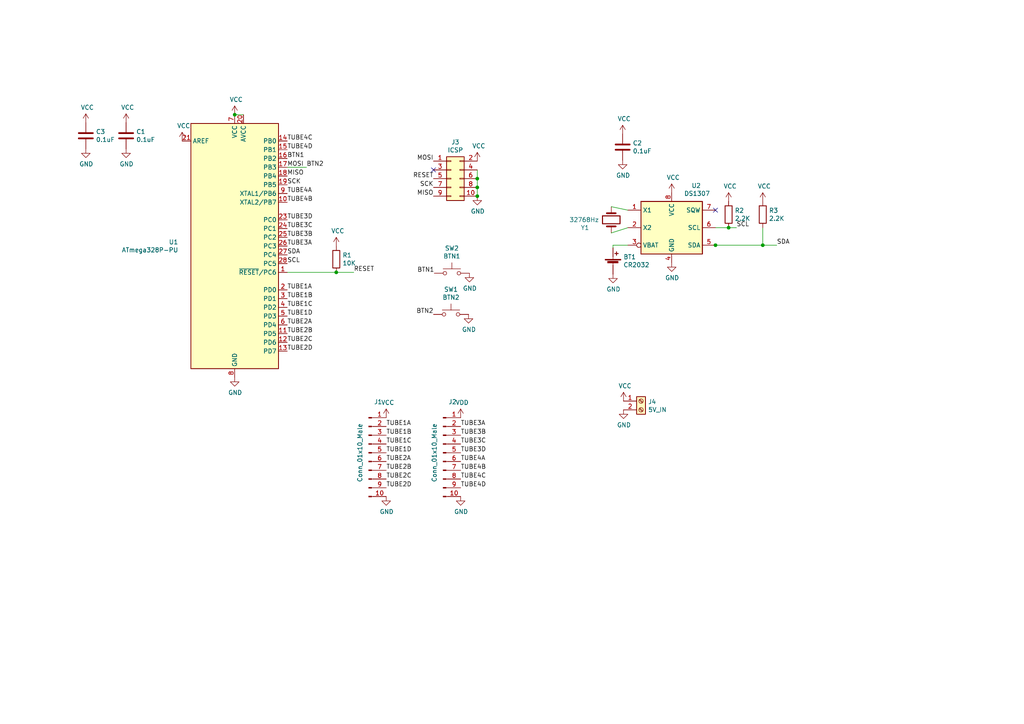
<source format=kicad_sch>
(kicad_sch (version 20211123) (generator eeschema)
  (paper "A4")
  (lib_symbols
    (symbol "Connector:Conn_01x10_Male" (pin_names (offset 1.016) hide)
      (property "Reference" "J" (at 0 12.7 0))
      (property "Value" "Conn_01x10_Male" (at 0 -15.24 0))
      (symbol "Conn_01x10_Male_1_1"
        (polyline (pts (xy 1.27 -12.7) (xy 0.8636 -12.7)) (stroke (width 0.1524)))
        (polyline (pts (xy 1.27 -10.16) (xy 0.8636 -10.16)) (stroke (width 0.1524)))
        (polyline (pts (xy 1.27 -7.62) (xy 0.8636 -7.62)) (stroke (width 0.1524)))
        (polyline (pts (xy 1.27 -5.08) (xy 0.8636 -5.08)) (stroke (width 0.1524)))
        (polyline (pts (xy 1.27 -2.54) (xy 0.8636 -2.54)) (stroke (width 0.1524)))
        (polyline (pts (xy 1.27 0) (xy 0.8636 0)) (stroke (width 0.1524)))
        (polyline (pts (xy 1.27 2.54) (xy 0.8636 2.54)) (stroke (width 0.1524)))
        (polyline (pts (xy 1.27 5.08) (xy 0.8636 5.08)) (stroke (width 0.1524)))
        (polyline (pts (xy 1.27 7.62) (xy 0.8636 7.62)) (stroke (width 0.1524)))
        (polyline (pts (xy 1.27 10.16) (xy 0.8636 10.16)) (stroke (width 0.1524)))
        (rectangle (start 0.8636 -12.573) (end 0 -12.827) (stroke (width 0.1524)) (fill (type outline)))
        (rectangle (start 0.8636 -10.033) (end 0 -10.287) (stroke (width 0.1524)) (fill (type outline)))
        (rectangle (start 0.8636 -7.493) (end 0 -7.747) (stroke (width 0.1524)) (fill (type outline)))
        (rectangle (start 0.8636 -4.953) (end 0 -5.207) (stroke (width 0.1524)) (fill (type outline)))
        (rectangle (start 0.8636 -2.413) (end 0 -2.667) (stroke (width 0.1524)) (fill (type outline)))
        (rectangle (start 0.8636 0.127) (end 0 -0.127) (stroke (width 0.1524)) (fill (type outline)))
        (rectangle (start 0.8636 2.667) (end 0 2.413) (stroke (width 0.1524)) (fill (type outline)))
        (rectangle (start 0.8636 5.207) (end 0 4.953) (stroke (width 0.1524)) (fill (type outline)))
        (rectangle (start 0.8636 7.747) (end 0 7.493) (stroke (width 0.1524)) (fill (type outline)))
        (rectangle (start 0.8636 10.287) (end 0 10.033) (stroke (width 0.1524)) (fill (type outline)))
        (pin passive line (at 5.08 10.16 180) (length 3.81) (name "Pin_1") (number "1"))
        (pin passive line (at 5.08 -12.7 180) (length 3.81) (name "Pin_10") (number "10"))
        (pin passive line (at 5.08 7.62 180) (length 3.81) (name "Pin_2") (number "2"))
        (pin passive line (at 5.08 5.08 180) (length 3.81) (name "Pin_3") (number "3"))
        (pin passive line (at 5.08 2.54 180) (length 3.81) (name "Pin_4") (number "4"))
        (pin passive line (at 5.08 0 180) (length 3.81) (name "Pin_5") (number "5"))
        (pin passive line (at 5.08 -2.54 180) (length 3.81) (name "Pin_6") (number "6"))
        (pin passive line (at 5.08 -5.08 180) (length 3.81) (name "Pin_7") (number "7"))
        (pin passive line (at 5.08 -7.62 180) (length 3.81) (name "Pin_8") (number "8"))
        (pin passive line (at 5.08 -10.16 180) (length 3.81) (name "Pin_9") (number "9"))
      )
    )
    (symbol "Connector:Screw_Terminal_01x02" (pin_names (offset 1.016) hide)
      (property "Reference" "J" (at 0 2.54 0))
      (property "Value" "Screw_Terminal_01x02" (at 0 -5.08 0))
      (symbol "Screw_Terminal_01x02_1_1"
        (rectangle (start -1.27 1.27) (end 1.27 -3.81) (stroke (width 0.254)) (fill (type background)))
        (circle (center 0 -2.54) (radius 0.635) (stroke (width 0.1524)))
        (polyline (pts (xy -0.5334 -2.2098) (xy 0.3302 -3.048)) (stroke (width 0.1524)))
        (polyline (pts (xy -0.5334 0.3302) (xy 0.3302 -0.508)) (stroke (width 0.1524)))
        (polyline (pts (xy -0.3556 -2.032) (xy 0.508 -2.8702)) (stroke (width 0.1524)))
        (polyline (pts (xy -0.3556 0.508) (xy 0.508 -0.3302)) (stroke (width 0.1524)))
        (circle (center 0 0) (radius 0.635) (stroke (width 0.1524)))
        (pin passive line (at -5.08 0 0) (length 3.81) (name "Pin_1") (number "1"))
        (pin passive line (at -5.08 -2.54 0) (length 3.81) (name "Pin_2") (number "2"))
      )
    )
    (symbol "Connector_Generic:Conn_02x05_Odd_Even" (pin_names (offset 1.016) hide)
      (property "Reference" "J" (at 1.27 7.62 0))
      (property "Value" "Conn_02x05_Odd_Even" (at 1.27 -7.62 0))
      (symbol "Conn_02x05_Odd_Even_1_1"
        (rectangle (start -1.27 -4.953) (end 0 -5.207) (stroke (width 0.1524)))
        (rectangle (start -1.27 -2.413) (end 0 -2.667) (stroke (width 0.1524)))
        (rectangle (start -1.27 0.127) (end 0 -0.127) (stroke (width 0.1524)))
        (rectangle (start -1.27 2.667) (end 0 2.413) (stroke (width 0.1524)))
        (rectangle (start -1.27 5.207) (end 0 4.953) (stroke (width 0.1524)))
        (rectangle (start -1.27 6.35) (end 3.81 -6.35) (stroke (width 0.254)) (fill (type background)))
        (rectangle (start 3.81 -4.953) (end 2.54 -5.207) (stroke (width 0.1524)))
        (rectangle (start 3.81 -2.413) (end 2.54 -2.667) (stroke (width 0.1524)))
        (rectangle (start 3.81 0.127) (end 2.54 -0.127) (stroke (width 0.1524)))
        (rectangle (start 3.81 2.667) (end 2.54 2.413) (stroke (width 0.1524)))
        (rectangle (start 3.81 5.207) (end 2.54 4.953) (stroke (width 0.1524)))
        (pin passive line (at -5.08 5.08 0) (length 3.81) (name "Pin_1") (number "1"))
        (pin passive line (at 7.62 -5.08 180) (length 3.81) (name "Pin_10") (number "10"))
        (pin passive line (at 7.62 5.08 180) (length 3.81) (name "Pin_2") (number "2"))
        (pin passive line (at -5.08 2.54 0) (length 3.81) (name "Pin_3") (number "3"))
        (pin passive line (at 7.62 2.54 180) (length 3.81) (name "Pin_4") (number "4"))
        (pin passive line (at -5.08 0 0) (length 3.81) (name "Pin_5") (number "5"))
        (pin passive line (at 7.62 0 180) (length 3.81) (name "Pin_6") (number "6"))
        (pin passive line (at -5.08 -2.54 0) (length 3.81) (name "Pin_7") (number "7"))
        (pin passive line (at 7.62 -2.54 180) (length 3.81) (name "Pin_8") (number "8"))
        (pin passive line (at -5.08 -5.08 0) (length 3.81) (name "Pin_9") (number "9"))
      )
    )
    (symbol "Device:Battery_Cell" (pin_numbers hide) (pin_names (offset 0) hide)
      (property "Reference" "BT" (at 2.54 2.54 0))
      (property "Value" "Battery_Cell" (at 2.54 0 0))
      (symbol "Battery_Cell_0_1"
        (rectangle (start -2.286 1.778) (end 2.286 1.524) (fill (type outline)))
        (rectangle (start -1.5748 1.1938) (end 1.4732 0.6858) (fill (type outline)))
        (polyline (pts (xy 0 0.762) (xy 0 0)))
        (polyline (pts (xy 0 1.778) (xy 0 2.54)))
        (polyline (pts (xy 0.508 3.429) (xy 1.524 3.429)) (stroke (width 0.254)))
        (polyline (pts (xy 1.016 3.937) (xy 1.016 2.921)) (stroke (width 0.254)))
      )
      (symbol "Battery_Cell_1_1"
        (pin passive line (at 0 5.08 270) (length 2.54) (name "+") (number "1"))
        (pin passive line (at 0 -2.54 90) (length 2.54) (name "-") (number "2"))
      )
    )
    (symbol "Device:C" (pin_numbers hide) (pin_names (offset 0.254))
      (property "Reference" "C" (at 0.635 2.54 0))
      (property "Value" "C" (at 0.635 -2.54 0))
      (symbol "C_0_1"
        (polyline (pts (xy -2.032 -0.762) (xy 2.032 -0.762)) (stroke (width 0.508)))
        (polyline (pts (xy -2.032 0.762) (xy 2.032 0.762)) (stroke (width 0.508)))
      )
      (symbol "C_1_1"
        (pin passive line (at 0 3.81 270) (length 2.794) (name "~") (number "1"))
        (pin passive line (at 0 -3.81 90) (length 2.794) (name "~") (number "2"))
      )
    )
    (symbol "Device:Crystal" (pin_numbers hide) (pin_names (offset 1.016) hide)
      (property "Reference" "Y" (at 0 3.81 0))
      (property "Value" "Crystal" (at 0 -3.81 0))
      (symbol "Crystal_0_1"
        (rectangle (start -1.143 2.54) (end 1.143 -2.54) (stroke (width 0.3048)))
        (polyline (pts (xy -2.54 0) (xy -1.905 0)))
        (polyline (pts (xy -1.905 -1.27) (xy -1.905 1.27)) (stroke (width 0.508)))
        (polyline (pts (xy 1.905 -1.27) (xy 1.905 1.27)) (stroke (width 0.508)))
        (polyline (pts (xy 2.54 0) (xy 1.905 0)))
      )
      (symbol "Crystal_1_1"
        (pin passive line (at -3.81 0 0) (length 1.27) (name "1") (number "1"))
        (pin passive line (at 3.81 0 180) (length 1.27) (name "2") (number "2"))
      )
    )
    (symbol "Device:R" (pin_numbers hide) (pin_names (offset 0))
      (property "Reference" "R" (at 2.032 0 90))
      (property "Value" "R" (at 0 0 90))
      (symbol "R_0_1"
        (rectangle (start -1.016 -2.54) (end 1.016 2.54) (stroke (width 0.254)))
      )
      (symbol "R_1_1"
        (pin passive line (at 0 3.81 270) (length 1.27) (name "~") (number "1"))
        (pin passive line (at 0 -3.81 90) (length 1.27) (name "~") (number "2"))
      )
    )
    (symbol "Switch:SW_Push" (pin_numbers hide) (pin_names (offset 1.016) hide)
      (property "Reference" "SW" (at 1.27 2.54 0))
      (property "Value" "SW_Push" (at 0 -1.524 0))
      (symbol "SW_Push_0_1"
        (circle (center -2.032 0) (radius 0.508))
        (polyline (pts (xy 0 1.27) (xy 0 3.048)))
        (polyline (pts (xy 2.54 1.27) (xy -2.54 1.27)))
        (circle (center 2.032 0) (radius 0.508))
        (pin passive line (at -5.08 0 0) (length 2.54) (name "1") (number "1"))
        (pin passive line (at 5.08 0 180) (length 2.54) (name "2") (number "2"))
      )
    )
    (symbol "nixie_clock_back-rescue:ATmega328P-PU-MCU_Microchip_ATmega"
      (property "Reference" "U" (at -12.7 36.83 0))
      (property "Value" "ATmega328P-PU-MCU_Microchip_ATmega" (at 2.54 -36.83 0))
      (symbol "ATmega328P-PU-MCU_Microchip_ATmega_0_1"
        (rectangle (start -12.7 -35.56) (end 12.7 35.56) (stroke (width 0.254)) (fill (type background)))
      )
      (symbol "ATmega328P-PU-MCU_Microchip_ATmega_1_1"
        (pin tri_state line (at 15.24 -7.62 180) (length 2.54) (name "~{RESET}/PC6") (number "1"))
        (pin tri_state line (at 15.24 12.7 180) (length 2.54) (name "XTAL2/PB7") (number "10"))
        (pin tri_state line (at 15.24 -25.4 180) (length 2.54) (name "PD5") (number "11"))
        (pin tri_state line (at 15.24 -27.94 180) (length 2.54) (name "PD6") (number "12"))
        (pin tri_state line (at 15.24 -30.48 180) (length 2.54) (name "PD7") (number "13"))
        (pin tri_state line (at 15.24 30.48 180) (length 2.54) (name "PB0") (number "14"))
        (pin tri_state line (at 15.24 27.94 180) (length 2.54) (name "PB1") (number "15"))
        (pin tri_state line (at 15.24 25.4 180) (length 2.54) (name "PB2") (number "16"))
        (pin tri_state line (at 15.24 22.86 180) (length 2.54) (name "PB3") (number "17"))
        (pin tri_state line (at 15.24 20.32 180) (length 2.54) (name "PB4") (number "18"))
        (pin tri_state line (at 15.24 17.78 180) (length 2.54) (name "PB5") (number "19"))
        (pin tri_state line (at 15.24 -12.7 180) (length 2.54) (name "PD0") (number "2"))
        (pin power_in line (at 2.54 38.1 270) (length 2.54) (name "AVCC") (number "20"))
        (pin passive line (at -15.24 30.48 0) (length 2.54) (name "AREF") (number "21"))
        (pin passive line (at 0 -38.1 90) (length 2.54) hide (name "GND") (number "22"))
        (pin tri_state line (at 15.24 7.62 180) (length 2.54) (name "PC0") (number "23"))
        (pin tri_state line (at 15.24 5.08 180) (length 2.54) (name "PC1") (number "24"))
        (pin tri_state line (at 15.24 2.54 180) (length 2.54) (name "PC2") (number "25"))
        (pin tri_state line (at 15.24 0 180) (length 2.54) (name "PC3") (number "26"))
        (pin tri_state line (at 15.24 -2.54 180) (length 2.54) (name "PC4") (number "27"))
        (pin tri_state line (at 15.24 -5.08 180) (length 2.54) (name "PC5") (number "28"))
        (pin tri_state line (at 15.24 -15.24 180) (length 2.54) (name "PD1") (number "3"))
        (pin tri_state line (at 15.24 -17.78 180) (length 2.54) (name "PD2") (number "4"))
        (pin tri_state line (at 15.24 -20.32 180) (length 2.54) (name "PD3") (number "5"))
        (pin tri_state line (at 15.24 -22.86 180) (length 2.54) (name "PD4") (number "6"))
        (pin power_in line (at 0 38.1 270) (length 2.54) (name "VCC") (number "7"))
        (pin power_in line (at 0 -38.1 90) (length 2.54) (name "GND") (number "8"))
        (pin tri_state line (at 15.24 15.24 180) (length 2.54) (name "XTAL1/PB6") (number "9"))
      )
    )
    (symbol "nixie_clock_back-rescue:DS1307-istrukov"
      (property "Reference" "U" (at -10.16 8.89 0))
      (property "Value" "DS1307-istrukov" (at 2.54 8.89 0))
      (symbol "DS1307-istrukov_0_0"
        (pin power_in line (at 0 -10.16 90) (length 2.54) (name "GND") (number "4"))
        (pin power_in line (at 0 10.16 270) (length 2.54) (name "VCC") (number "8"))
      )
      (symbol "DS1307-istrukov_0_1"
        (rectangle (start -8.89 -7.62) (end 8.89 7.62) (stroke (width 0.254)) (fill (type background)))
        (rectangle (start -8.89 -7.62) (end 8.89 7.62) (stroke (width 0.254)) (fill (type background)))
      )
      (symbol "DS1307-istrukov_1_1"
        (pin input line (at -12.7 5.08 0) (length 3.81) (name "X1") (number "1"))
        (pin input line (at -12.7 0 0) (length 3.81) (name "X2") (number "2"))
        (pin input inverted (at -12.7 -5.08 0) (length 3.81) (name "VBAT") (number "3"))
        (pin input line (at 12.7 -5.08 180) (length 3.81) (name "SDA") (number "5"))
        (pin input line (at 12.7 0 180) (length 3.81) (name "SCL") (number "6"))
        (pin output line (at 12.7 5.08 180) (length 3.81) (name "SQW") (number "7"))
      )
    )
    (symbol "power:GND" (power) (pin_names (offset 0))
      (property "Value" "GND" (at 0 -3.81 0))
      (symbol "GND_0_1"
        (polyline (pts (xy 0 0) (xy 0 -1.27) (xy 1.27 -1.27) (xy 0 -2.54) (xy -1.27 -1.27) (xy 0 -1.27)))
      )
      (symbol "GND_1_1"
        (pin power_in line (at 0 0 270) (length 0) hide (name "GND") (number "1"))
      )
    )
    (symbol "power:VCC" (power) (pin_names (offset 0))
      (property "Value" "VCC" (at 0 3.81 0))
      (symbol "VCC_0_1"
        (polyline (pts (xy -0.762 1.27) (xy 0 2.54)))
        (polyline (pts (xy 0 0) (xy 0 2.54)))
        (polyline (pts (xy 0 2.54) (xy 0.762 1.27)))
      )
      (symbol "VCC_1_1"
        (pin power_in line (at 0 0 90) (length 0) hide (name "VCC") (number "1"))
      )
    )
    (symbol "power:VDD" (power) (pin_names (offset 0))
      (property "Value" "VDD" (at 0 3.81 0))
      (symbol "VDD_0_1"
        (polyline (pts (xy -0.762 1.27) (xy 0 2.54)))
        (polyline (pts (xy 0 0) (xy 0 2.54)))
        (polyline (pts (xy 0 2.54) (xy 0.762 1.27)))
      )
      (symbol "VDD_1_1"
        (pin power_in line (at 0 0 90) (length 0) hide (name "VDD") (number "1"))
      )
    )
  )
  (junction (at 68.072 33.274))
  (junction (at 207.518 71.12))
  (junction (at 221.234 71.12))
  (junction (at 138.43 51.816))
  (junction (at 211.328 66.04))
  (junction (at 97.536 78.994))
  (junction (at 138.43 56.896))
  (junction (at 138.43 54.356))
  (no_connect (at 125.73 49.276))
  (no_connect (at 207.518 60.96))
  (wire (pts (xy 213.614 66.04) (xy 211.328 66.04)))
  (wire (pts (xy 97.536 78.994) (xy 83.312 78.994)))
  (wire (pts (xy 182.118 60.96) (xy 177.292 59.944)))
  (wire (pts (xy 138.43 54.356) (xy 138.43 51.816)))
  (wire (pts (xy 88.9 48.514) (xy 83.312 48.514)))
  (wire (pts (xy 225.298 71.12) (xy 221.234 71.12)))
  (wire (pts (xy 138.43 56.896) (xy 138.43 54.356)))
  (wire (pts (xy 221.234 71.12) (xy 221.234 66.04)))
  (wire (pts (xy 68.072 33.274) (xy 70.612 33.274)))
  (wire (pts (xy 207.518 66.04) (xy 211.328 66.04)))
  (wire (pts (xy 207.518 71.12) (xy 221.234 71.12)))
  (wire (pts (xy 182.118 71.12) (xy 177.8 71.12)))
  (wire (pts (xy 207.264 71.12) (xy 207.518 71.12)))
  (wire (pts (xy 138.43 51.816) (xy 138.43 49.276)))
  (wire (pts (xy 177.8 71.12) (xy 177.8 71.882)))
  (wire (pts (xy 182.118 66.04) (xy 177.292 67.564)))
  (wire (pts (xy 102.616 78.994) (xy 97.536 78.994)))
  (label "TUBE3C" (at 133.604 128.778 0))
  (label "TUBE3C" (at 83.312 66.294 0))
  (label "TUBE3B" (at 83.312 68.834 0))
  (label "TUBE3B" (at 133.604 126.238 0))
  (label "TUBE4C" (at 133.604 138.938 0))
  (label "BTN2" (at 125.73 91.186 180))
  (label "TUBE1B" (at 112.014 126.238 0))
  (label "BTN1" (at 125.984 79.248 180))
  (label "TUBE4D" (at 133.604 141.478 0))
  (label "MOSI" (at 83.312 48.514 0))
  (label "TUBE1D" (at 112.014 131.318 0))
  (label "MOSI" (at 125.73 46.736 180))
  (label "TUBE3A" (at 133.604 123.698 0))
  (label "TUBE4C" (at 83.312 40.894 0))
  (label "TUBE1A" (at 83.312 84.074 0))
  (label "TUBE2C" (at 83.312 99.314 0))
  (label "TUBE1D" (at 83.312 91.694 0))
  (label "MISO" (at 83.312 51.054 0))
  (label "SCL" (at 83.312 76.454 0))
  (label "SCK" (at 83.312 53.594 0))
  (label "RESET" (at 102.616 78.994 0))
  (label "SDA" (at 83.312 73.914 0))
  (label "TUBE3D" (at 133.604 131.318 0))
  (label "RESET" (at 125.73 51.816 180))
  (label "MISO" (at 125.73 56.896 180))
  (label "TUBE1B" (at 83.312 86.614 0))
  (label "TUBE2D" (at 112.014 141.478 0))
  (label "TUBE2C" (at 112.014 138.938 0))
  (label "TUBE4A" (at 83.312 56.134 0))
  (label "SCK" (at 125.73 54.356 180))
  (label "TUBE1C" (at 112.014 128.778 0))
  (label "BTN2" (at 88.9 48.514 0))
  (label "TUBE4B" (at 133.604 136.398 0))
  (label "TUBE1C" (at 83.312 89.154 0))
  (label "TUBE2A" (at 83.312 94.234 0))
  (label "TUBE4B" (at 83.312 58.674 0))
  (label "TUBE2A" (at 112.014 133.858 0))
  (label "TUBE3A" (at 83.312 71.374 0))
  (label "SDA" (at 225.298 71.12 0))
  (label "TUBE4A" (at 133.604 133.858 0))
  (label "BTN1" (at 83.312 45.974 0))
  (label "TUBE3D" (at 83.312 63.754 0))
  (label "TUBE2D" (at 83.312 101.854 0))
  (label "SCL" (at 213.614 66.04 0))
  (label "TUBE2B" (at 83.312 96.774 0))
  (label "TUBE4D" (at 83.312 43.434 0))
  (label "TUBE1A" (at 112.014 123.698 0))
  (label "TUBE2B" (at 112.014 136.398 0))
  (symbol (lib_id "Device:C") (at 24.892 39.37 0) (unit 1)
    (property "Reference" "C3" (at 27.813 38.2016 0) (effects (justify left)))
    (property "Value" "0.1uF" (at 27.813 40.513 0) (effects (justify left)))
    (property "Footprint" "Capacitor_THT:C_Disc_D3.8mm_W2.6mm_P2.50mm" (effects hide))
  )
  (symbol (lib_id "power:VCC") (at 24.892 35.56 0) (unit 1)
    (property "Reference" "#PWR05" (effects hide))
    (property "Value" "VCC" (at 25.3238 31.1658 0))
  )
  (symbol (lib_id "power:GND") (at 24.892 43.18 0) (unit 1)
    (property "Reference" "#PWR06" (effects hide))
    (property "Value" "GND" (at 25.019 47.5742 0))
  )
  (symbol (lib_id "nixie_clock_back-rescue:ATmega328P-PU-MCU_Microchip_ATmega") (at 68.072 71.374 0) (unit 1)
    (property "Reference" "U1" (at 51.7144 70.2056 0) (effects (justify right)))
    (property "Value" "ATmega328P-PU" (at 51.7144 72.517 0) (effects (justify right)))
    (property "Footprint" "Package_DIP:DIP-28_W7.62mm" (effects hide))
    (property "Datasheet" "http://ww1.microchip.com/downloads/en/DeviceDoc/ATmega328_P%20AVR%20MCU%20with%20picoPower%20Technology%20Data%20Sheet%2040001984A.pdf" (effects hide))
  )
  (symbol (lib_id "Connector:Conn_01x10_Male") (at 106.934 131.318 0) (unit 1)
    (property "Reference" "J1" (at 109.6772 116.5606 0))
    (property "Value" "Conn_01x10_Male" (at 104.394 131.318 90))
    (property "Footprint" "Connector_PinSocket_2.54mm:PinSocket_1x10_P2.54mm_Vertical" (effects hide))
  )
  (symbol (lib_id "power:VCC") (at 112.014 121.158 0) (unit 1)
    (property "Reference" "#PWR0101" (effects hide))
    (property "Value" "VCC" (at 112.4458 116.7638 0))
  )
  (symbol (lib_id "power:GND") (at 112.014 144.018 0) (unit 1)
    (property "Reference" "#PWR0102" (effects hide))
    (property "Value" "GND" (at 112.141 148.4122 0))
  )
  (symbol (lib_id "Connector:Conn_01x10_Male") (at 128.524 131.318 0) (unit 1)
    (property "Reference" "J2" (at 131.2672 116.5606 0))
    (property "Value" "Conn_01x10_Male" (at 125.984 131.318 90))
    (property "Footprint" "Connector_PinSocket_2.54mm:PinSocket_1x10_P2.54mm_Vertical" (effects hide))
  )
  (symbol (lib_id "power:GND") (at 133.604 144.018 0) (unit 1)
    (property "Reference" "#PWR0103" (effects hide))
    (property "Value" "GND" (at 133.731 148.4122 0))
  )
  (symbol (lib_id "power:VDD") (at 133.604 121.158 0) (unit 1)
    (property "Reference" "#PWR0104" (effects hide))
    (property "Value" "VDD" (at 134.0358 116.7638 0))
  )
  (symbol (lib_id "power:GND") (at 68.072 109.474 0) (unit 1)
    (property "Reference" "#PWR0105" (effects hide))
    (property "Value" "GND" (at 68.199 113.8682 0))
  )
  (symbol (lib_id "power:VCC") (at 68.072 33.274 0) (unit 1)
    (property "Reference" "#PWR0106" (effects hide))
    (property "Value" "VCC" (at 68.5038 28.8798 0))
  )
  (symbol (lib_id "nixie_clock_back-rescue:DS1307-istrukov") (at 194.818 66.04 0) (unit 1)
    (property "Reference" "U2" (at 201.93 53.848 0))
    (property "Value" "DS1307" (at 202.184 56.134 0))
    (property "Footprint" "Package_DIP:DIP-8_W7.62mm" (effects hide))
    (property "Datasheet" "https://datasheets.maximintegrated.com/en/ds/DS1307.pdf" (effects hide))
  )
  (symbol (lib_id "Device:Crystal") (at 177.292 63.754 90) (unit 1)
    (property "Reference" "Y1" (at 168.402 66.04 90) (effects (justify right)))
    (property "Value" "32768Hz" (at 165.1 63.754 90) (effects (justify right)))
    (property "Footprint" "Crystal:Crystal_C38-LF_D3.0mm_L8.0mm_Horizontal" (effects hide))
  )
  (symbol (lib_id "Device:Battery_Cell") (at 177.8 76.962 0) (unit 1)
    (property "Reference" "BT1" (at 180.7972 74.5236 0) (effects (justify left)))
    (property "Value" "CR2032" (at 180.7972 76.835 0) (effects (justify left)))
    (property "Footprint" "Battery:BatteryHolder_Keystone_103_1x20mm" (effects hide))
  )
  (symbol (lib_id "power:GND") (at 177.8 79.502 0) (unit 1)
    (property "Reference" "#PWR0107" (effects hide))
    (property "Value" "GND" (at 177.927 83.8962 0))
  )
  (symbol (lib_id "power:GND") (at 194.818 76.2 0) (unit 1)
    (property "Reference" "#PWR0108" (effects hide))
    (property "Value" "GND" (at 194.945 80.5942 0))
  )
  (symbol (lib_id "power:VCC") (at 194.818 55.88 0) (unit 1)
    (property "Reference" "#PWR0109" (effects hide))
    (property "Value" "VCC" (at 195.2498 51.4858 0))
  )
  (symbol (lib_id "Device:R") (at 211.328 62.23 0) (unit 1)
    (property "Reference" "R2" (at 213.106 61.0616 0) (effects (justify left)))
    (property "Value" "2.2K" (at 213.106 63.373 0) (effects (justify left)))
    (property "Footprint" "Resistor_THT:R_Axial_DIN0207_L6.3mm_D2.5mm_P10.16mm_Horizontal" (effects hide))
  )
  (symbol (lib_id "power:VCC") (at 211.328 58.42 0) (unit 1)
    (property "Reference" "#PWR0110" (effects hide))
    (property "Value" "VCC" (at 211.7598 54.0258 0))
  )
  (symbol (lib_id "Device:R") (at 221.234 62.23 0) (unit 1)
    (property "Reference" "R3" (at 223.012 61.0616 0) (effects (justify left)))
    (property "Value" "2.2K" (at 223.012 63.373 0) (effects (justify left)))
    (property "Footprint" "Resistor_THT:R_Axial_DIN0207_L6.3mm_D2.5mm_P10.16mm_Horizontal" (effects hide))
  )
  (symbol (lib_id "power:VCC") (at 221.234 58.42 0) (unit 1)
    (property "Reference" "#PWR0111" (effects hide))
    (property "Value" "VCC" (at 221.6658 54.0258 0))
  )
  (symbol (lib_id "Connector:Screw_Terminal_01x02") (at 185.928 116.332 0) (unit 1)
    (property "Reference" "J4" (at 187.96 116.5352 0) (effects (justify left)))
    (property "Value" "5V_IN" (at 187.96 118.8466 0) (effects (justify left)))
    (property "Footprint" "nixie_clock:Terminal_Block_KF301-5.0-2P" (effects hide))
  )
  (symbol (lib_id "power:VCC") (at 180.848 116.332 0) (unit 1)
    (property "Reference" "#PWR0112" (effects hide))
    (property "Value" "VCC" (at 181.2798 111.9378 0))
  )
  (symbol (lib_id "power:GND") (at 180.848 118.872 0) (unit 1)
    (property "Reference" "#PWR0113" (effects hide))
    (property "Value" "GND" (at 180.975 123.2662 0))
  )
  (symbol (lib_id "Switch:SW_Push") (at 131.064 79.248 0) (unit 1)
    (property "Reference" "SW2" (at 131.064 72.009 0))
    (property "Value" "BTN1" (at 131.064 74.3204 0))
    (property "Footprint" "Connector_JST:JST_XH_B2B-XH-A_1x02_P2.50mm_Vertical" (effects hide))
  )
  (symbol (lib_id "Switch:SW_Push") (at 130.81 91.186 0) (unit 1)
    (property "Reference" "SW1" (at 130.81 83.947 0))
    (property "Value" "BTN2" (at 130.81 86.2584 0))
    (property "Footprint" "Connector_JST:JST_XH_B2B-XH-A_1x02_P2.50mm_Vertical" (effects hide))
  )
  (symbol (lib_id "power:GND") (at 136.144 79.248 0) (unit 1)
    (property "Reference" "#PWR0116" (effects hide))
    (property "Value" "GND" (at 136.271 83.6422 0))
  )
  (symbol (lib_id "power:GND") (at 135.89 91.186 0) (unit 1)
    (property "Reference" "#PWR0117" (effects hide))
    (property "Value" "GND" (at 136.017 95.5802 0))
  )
  (symbol (lib_id "Connector_Generic:Conn_02x05_Odd_Even") (at 130.81 51.816 0) (unit 1)
    (property "Reference" "J3" (at 132.08 41.2242 0))
    (property "Value" "ICSP" (at 132.08 43.5356 0))
    (property "Footprint" "nixie_clock:Atmel_ISP_Socket_10pin" (effects hide))
  )
  (symbol (lib_id "power:VCC") (at 52.832 40.894 0) (unit 1)
    (property "Reference" "#PWR0118" (effects hide))
    (property "Value" "VCC" (at 53.2638 36.4998 0))
  )
  (symbol (lib_id "Device:R") (at 97.536 75.184 0) (unit 1)
    (property "Reference" "R1" (at 99.314 74.0156 0) (effects (justify left)))
    (property "Value" "10K" (at 99.314 76.327 0) (effects (justify left)))
    (property "Footprint" "Resistor_THT:R_Axial_DIN0207_L6.3mm_D2.5mm_P10.16mm_Horizontal" (effects hide))
  )
  (symbol (lib_id "power:VCC") (at 97.536 71.374 0) (unit 1)
    (property "Reference" "#PWR0119" (effects hide))
    (property "Value" "VCC" (at 97.9678 66.9798 0))
  )
  (symbol (lib_id "power:GND") (at 138.43 56.896 0) (unit 1)
    (property "Reference" "#PWR0120" (effects hide))
    (property "Value" "GND" (at 138.557 61.2902 0))
  )
  (symbol (lib_id "power:VCC") (at 138.43 46.736 0) (unit 1)
    (property "Reference" "#PWR0121" (effects hide))
    (property "Value" "VCC" (at 138.8618 42.3418 0))
  )
  (symbol (lib_id "Device:C") (at 36.576 39.37 0) (unit 1)
    (property "Reference" "C1" (at 39.497 38.2016 0) (effects (justify left)))
    (property "Value" "0.1uF" (at 39.497 40.513 0) (effects (justify left)))
    (property "Footprint" "Capacitor_THT:C_Disc_D3.8mm_W2.6mm_P2.50mm" (effects hide))
  )
  (symbol (lib_id "power:VCC") (at 36.576 35.56 0) (unit 1)
    (property "Reference" "#PWR01" (effects hide))
    (property "Value" "VCC" (at 37.0078 31.1658 0))
  )
  (symbol (lib_id "power:GND") (at 36.576 43.18 0) (unit 1)
    (property "Reference" "#PWR02" (effects hide))
    (property "Value" "GND" (at 36.703 47.5742 0))
  )
  (symbol (lib_id "Device:C") (at 180.594 42.672 0) (unit 1)
    (property "Reference" "C2" (at 183.515 41.5036 0) (effects (justify left)))
    (property "Value" "0.1uF" (at 183.515 43.815 0) (effects (justify left)))
    (property "Footprint" "Capacitor_THT:C_Disc_D3.8mm_W2.6mm_P2.50mm" (effects hide))
  )
  (symbol (lib_id "power:VCC") (at 180.594 38.862 0) (unit 1)
    (property "Reference" "#PWR03" (effects hide))
    (property "Value" "VCC" (at 181.0258 34.4678 0))
  )
  (symbol (lib_id "power:GND") (at 180.594 46.482 0) (unit 1)
    (property "Reference" "#PWR04" (effects hide))
    (property "Value" "GND" (at 180.721 50.8762 0))
  )
)
</source>
